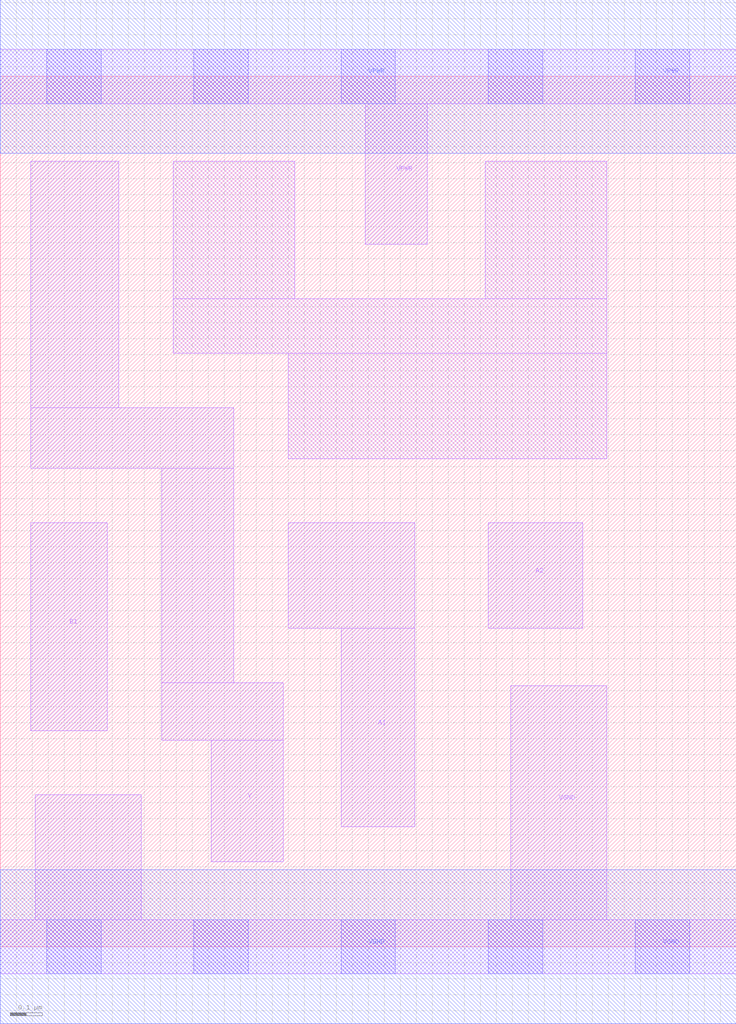
<source format=lef>
# Copyright 2020 The SkyWater PDK Authors
#
# Licensed under the Apache License, Version 2.0 (the "License");
# you may not use this file except in compliance with the License.
# You may obtain a copy of the License at
#
#     https://www.apache.org/licenses/LICENSE-2.0
#
# Unless required by applicable law or agreed to in writing, software
# distributed under the License is distributed on an "AS IS" BASIS,
# WITHOUT WARRANTIES OR CONDITIONS OF ANY KIND, either express or implied.
# See the License for the specific language governing permissions and
# limitations under the License.
#
# SPDX-License-Identifier: Apache-2.0

VERSION 5.7 ;
  NAMESCASESENSITIVE ON ;
  NOWIREEXTENSIONATPIN ON ;
  DIVIDERCHAR "/" ;
  BUSBITCHARS "[]" ;
UNITS
  DATABASE MICRONS 200 ;
END UNITS
PROPERTYDEFINITIONS
  MACRO maskLayoutSubType STRING ;
  MACRO prCellType STRING ;
  MACRO originalViewName STRING ;
END PROPERTYDEFINITIONS
MACRO sky130_fd_sc_hdll__a21oi_1
  CLASS CORE ;
  FOREIGN sky130_fd_sc_hdll__a21oi_1 ;
  ORIGIN  0.000000  0.000000 ;
  SIZE  2.300000 BY  2.720000 ;
  SYMMETRY X Y R90 ;
  SITE unithd ;
  PIN A1
    ANTENNAGATEAREA  0.277500 ;
    DIRECTION INPUT ;
    USE SIGNAL ;
    PORT
      LAYER li1 ;
        RECT 0.900000 0.995000 1.295000 1.325000 ;
        RECT 1.065000 0.375000 1.295000 0.995000 ;
    END
  END A1
  PIN A2
    ANTENNAGATEAREA  0.277500 ;
    DIRECTION INPUT ;
    USE SIGNAL ;
    PORT
      LAYER li1 ;
        RECT 1.525000 0.995000 1.820000 1.325000 ;
    END
  END A2
  PIN B1
    ANTENNAGATEAREA  0.277500 ;
    DIRECTION INPUT ;
    USE SIGNAL ;
    PORT
      LAYER li1 ;
        RECT 0.095000 0.675000 0.335000 1.325000 ;
    END
  END B1
  PIN Y
    ANTENNADIFFAREA  0.489500 ;
    DIRECTION OUTPUT ;
    USE SIGNAL ;
    PORT
      LAYER li1 ;
        RECT 0.095000 1.495000 0.730000 1.685000 ;
        RECT 0.095000 1.685000 0.370000 2.455000 ;
        RECT 0.505000 0.645000 0.885000 0.825000 ;
        RECT 0.505000 0.825000 0.730000 1.495000 ;
        RECT 0.660000 0.265000 0.885000 0.645000 ;
    END
  END Y
  PIN VGND
    DIRECTION INOUT ;
    USE GROUND ;
    PORT
      LAYER li1 ;
        RECT 0.000000 -0.085000 2.300000 0.085000 ;
        RECT 0.110000  0.085000 0.440000 0.475000 ;
        RECT 1.595000  0.085000 1.895000 0.815000 ;
      LAYER mcon ;
        RECT 0.145000 -0.085000 0.315000 0.085000 ;
        RECT 0.605000 -0.085000 0.775000 0.085000 ;
        RECT 1.065000 -0.085000 1.235000 0.085000 ;
        RECT 1.525000 -0.085000 1.695000 0.085000 ;
        RECT 1.985000 -0.085000 2.155000 0.085000 ;
      LAYER met1 ;
        RECT 0.000000 -0.240000 2.300000 0.240000 ;
    END
  END VGND
  PIN VPWR
    DIRECTION INOUT ;
    USE POWER ;
    PORT
      LAYER li1 ;
        RECT 0.000000 2.635000 2.300000 2.805000 ;
        RECT 1.140000 2.195000 1.335000 2.635000 ;
      LAYER mcon ;
        RECT 0.145000 2.635000 0.315000 2.805000 ;
        RECT 0.605000 2.635000 0.775000 2.805000 ;
        RECT 1.065000 2.635000 1.235000 2.805000 ;
        RECT 1.525000 2.635000 1.695000 2.805000 ;
        RECT 1.985000 2.635000 2.155000 2.805000 ;
      LAYER met1 ;
        RECT 0.000000 2.480000 2.300000 2.960000 ;
    END
  END VPWR
  OBS
    LAYER li1 ;
      RECT 0.540000 1.855000 1.895000 2.025000 ;
      RECT 0.540000 2.025000 0.920000 2.455000 ;
      RECT 0.900000 1.525000 1.895000 1.855000 ;
      RECT 1.515000 2.025000 1.895000 2.455000 ;
  END
  PROPERTY maskLayoutSubType "abstract" ;
  PROPERTY prCellType "standard" ;
  PROPERTY originalViewName "layout" ;
END sky130_fd_sc_hdll__a21oi_1

</source>
